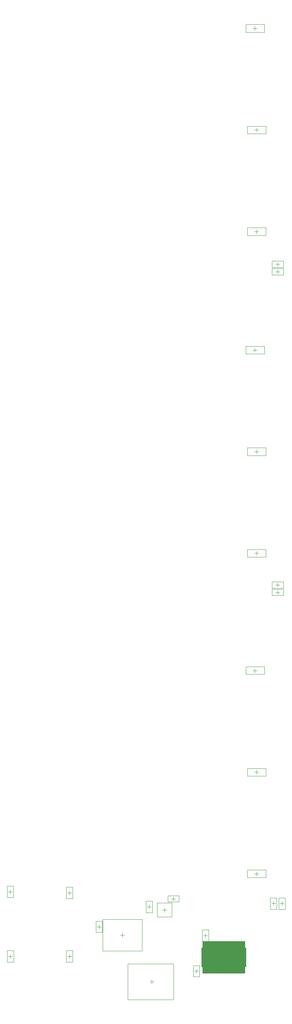
<source format=gbr>
%FSTAX23Y23*%
%MOIN*%
%SFA1B1*%

%IPPOS*%
%ADD46C,0.006000*%
%ADD59C,0.003937*%
%ADD62C,0.001969*%
%LNmain_mechanical_15-1*%
%LPD*%
G36*
X03434Y00592D02*
Y00533D01*
X03042*
Y00592*
X03033*
Y00765*
X03042*
Y00825*
X03434*
Y00765*
X03443*
Y00592*
X03434*
G37*
G54D46*
X03042Y00533D02*
X03434D01*
X03042D02*
Y00592D01*
X03033D02*
X03042D01*
X03033D02*
Y00765D01*
X03042*
Y00825D02*
Y00765D01*
Y00825D02*
X03434D01*
Y00765D02*
Y00825D01*
Y00765D02*
X03443D01*
Y00592D02*
Y00765D01*
X03434Y00592D02*
X03443D01*
X03434D02*
Y00533D01*
G54D59*
X03065Y00864D02*
Y00901D01*
X03047Y00883D02*
X03084D01*
X02982Y00532D02*
Y00569D01*
X02963Y00551D02*
X03D01*
X02549Y00452D02*
X02588D01*
X02568Y00433D02*
Y00472D01*
X02666Y0112D02*
X02705D01*
X02686Y011D02*
Y01139D01*
X02542Y01131D02*
Y01168D01*
X02523Y01149D02*
X02561D01*
X02749Y01224D02*
X02787D01*
X02768Y01206D02*
Y01243D01*
X018Y0067D02*
Y00707D01*
X01781Y00688D02*
X01819D01*
X018Y0126D02*
Y01298D01*
X01781Y01279D02*
X01819D01*
X0125Y0067D02*
Y00707D01*
X01231Y00688D02*
X01268D01*
X01249Y0127D02*
Y01308D01*
X0123Y01289D02*
X01268D01*
X02293Y00866D02*
Y00905D01*
X02273Y00885D02*
X02312D01*
X02076Y00945D02*
Y00983D01*
X02058Y00964D02*
X02095D01*
X037Y01162D02*
Y01199D01*
X03682Y01181D02*
X03719D01*
X03779Y01162D02*
Y01199D01*
X0376Y01181D02*
X03798D01*
X03721Y07057D02*
X03758D01*
X0374Y07038D02*
Y07075D01*
X03721Y07125D02*
X03758D01*
X0374Y07107D02*
Y07144D01*
X03721Y04143D02*
X03758D01*
X0374Y04125D02*
Y04162D01*
X03721Y04074D02*
X03758D01*
X0374Y04056D02*
Y04093D01*
X03523Y01456D02*
X03562D01*
X03543Y01437D02*
Y01476D01*
X03523Y02401D02*
X03562D01*
X03543Y02381D02*
Y02421D01*
X03509Y03346D02*
X03548D01*
X03528Y03326D02*
Y03366D01*
Y093D02*
Y09339D01*
X03509Y09319D02*
X03548D01*
X03543Y08355D02*
Y08394D01*
X03523Y08375D02*
X03562D01*
X03543Y0741D02*
Y07449D01*
X03523Y0743D02*
X03562D01*
X03528Y06308D02*
Y06347D01*
X03509Y06327D02*
X03548D01*
X03543Y05363D02*
Y05402D01*
X03523Y05382D02*
X03562D01*
X03543Y04418D02*
Y04457D01*
X03523Y04438D02*
X03562D01*
G54D62*
X03036Y00936D02*
X03095D01*
X03036Y00829D02*
X03095D01*
Y00936*
X03036Y00829D02*
Y00936D01*
X02952Y00604D02*
X03011D01*
X02952Y00498D02*
X03011D01*
Y00604*
X02952Y00498D02*
Y00604D01*
X02344Y00287D02*
X02769D01*
Y00618*
X02344D02*
X02769D01*
X02344Y00287D02*
Y00618D01*
X02617Y01055D02*
Y01185D01*
X02754Y01055D02*
Y01185D01*
X02617D02*
X02754D01*
X02617Y01055D02*
X02754D01*
X02513Y01096D02*
X02572Y01096D01*
X02513Y01203D02*
X02572D01*
X02513Y01096D02*
Y01203D01*
X02572Y01096D02*
Y01203D01*
X02821Y01195D02*
Y01254D01*
X02715D02*
Y01195D01*
X02821*
X02715Y01254D02*
X02821D01*
X01771Y00635D02*
X0183D01*
X01771Y00742D02*
X0183D01*
X01771Y00635D02*
Y00742D01*
X0183Y00635D02*
Y00742D01*
X01771Y01226D02*
X0183D01*
X01771Y01332D02*
X0183D01*
X01771Y01226D02*
Y01332D01*
X0183Y01226D02*
Y01332D01*
X0122Y00635D02*
X01279D01*
X0122Y00742D02*
X01279D01*
X0122Y00635D02*
Y00742D01*
X01279Y00635D02*
Y00742D01*
X01219Y01236D02*
X01278D01*
X01219Y01342D02*
X01278D01*
X01219Y01236D02*
Y01342D01*
X01278Y01236D02*
Y01342D01*
X02111Y0074D02*
X02475D01*
X02111Y01031D02*
X02475D01*
X02111Y0074D02*
Y01031D01*
X02475Y0074D02*
Y01031D01*
X02047Y00911D02*
X02106D01*
X02047Y01017D02*
X02106D01*
X02047Y00911D02*
Y01017D01*
X02106Y00911D02*
Y01017D01*
X03671Y01234D02*
X0373D01*
X03671Y01127D02*
X0373D01*
Y01234*
X03671Y01127D02*
Y01234D01*
X0375D02*
X03809D01*
X0375Y01127D02*
X03809D01*
Y01234*
X0375Y01127D02*
Y01234D01*
X03687Y07027D02*
Y07086D01*
X03793Y07027D02*
Y07086D01*
X03687D02*
X03793D01*
X03687Y07027D02*
X03793D01*
X03687Y07096D02*
Y07155D01*
X03793Y07096D02*
Y07155D01*
X03687D02*
X03793D01*
X03687Y07096D02*
X03793D01*
X03687Y04114D02*
Y04173D01*
X03793Y04114D02*
Y04173D01*
X03687D02*
X03793D01*
X03687Y04114D02*
X03793D01*
X03687Y04045D02*
Y04104D01*
X03793Y04045D02*
Y04104D01*
X03687D02*
X03793D01*
X03687Y04045D02*
X03793D01*
X03457Y01492D02*
X03629D01*
Y01421D02*
Y01492D01*
X03457Y01421D02*
Y01492D01*
Y01421D02*
X03629D01*
X03457Y02437D02*
X03629D01*
Y02366D02*
Y02437D01*
X03457Y02366D02*
Y02437D01*
Y02366D02*
X03629D01*
X03442Y03381D02*
X03615D01*
Y03311D02*
Y03381D01*
X03442Y03311D02*
Y03381D01*
Y03311D02*
X03615D01*
X03442Y09284D02*
X03615D01*
X03442D02*
Y09355D01*
X03615Y09284D02*
Y09355D01*
X03442D02*
X03615D01*
X03457Y08339D02*
X03629D01*
X03457D02*
Y0841D01*
X03629Y08339D02*
Y0841D01*
X03457D02*
X03629D01*
X03457Y07394D02*
X03629D01*
X03457D02*
Y07465D01*
X03629Y07394D02*
Y07465D01*
X03457D02*
X03629D01*
X03442Y06292D02*
X03615D01*
X03442D02*
Y06363D01*
X03615Y06292D02*
Y06363D01*
X03442D02*
X03615D01*
X03457Y05347D02*
X03629D01*
X03457D02*
Y05418D01*
X03629Y05347D02*
Y05418D01*
X03457D02*
X03629D01*
X03457Y04402D02*
X03629D01*
X03457D02*
Y04473D01*
X03629Y04402D02*
Y04473D01*
X03457D02*
X03629D01*
M02*
</source>
